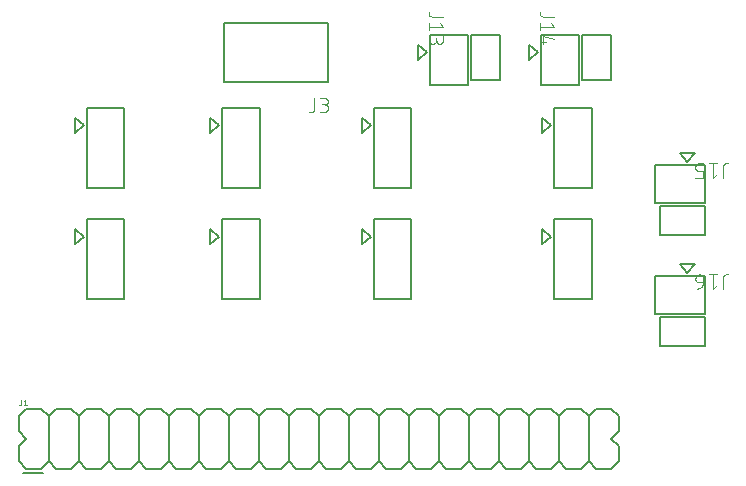
<source format=gbr>
G04 EAGLE Gerber RS-274X export*
G75*
%MOMM*%
%FSLAX34Y34*%
%LPD*%
%INSilkscreen Top*%
%IPPOS*%
%AMOC8*
5,1,8,0,0,1.08239X$1,22.5*%
G01*
%ADD10C,0.203200*%
%ADD11C,0.076200*%
%ADD12C,0.152400*%
%ADD13C,0.127000*%
%ADD14C,0.101600*%


D10*
X274100Y27750D02*
X267750Y21400D01*
X248700Y27750D02*
X242350Y21400D01*
X229650Y21400D01*
X223300Y27750D01*
X248700Y27750D02*
X255050Y21400D01*
X267750Y21400D01*
X197900Y27750D02*
X191550Y21400D01*
X216950Y21400D02*
X223300Y27750D01*
X216950Y21400D02*
X204250Y21400D01*
X197900Y27750D01*
X172500Y27750D02*
X166150Y21400D01*
X153450Y21400D01*
X147100Y27750D01*
X172500Y27750D02*
X178850Y21400D01*
X191550Y21400D01*
X121700Y27750D02*
X115350Y21400D01*
X140750Y21400D02*
X147100Y27750D01*
X140750Y21400D02*
X128050Y21400D01*
X121700Y27750D01*
X96300Y27750D02*
X96300Y40450D01*
X102650Y46800D01*
X102650Y21400D02*
X115350Y21400D01*
X420150Y21400D02*
X426500Y27750D01*
X420150Y21400D02*
X407450Y21400D01*
X401100Y27750D01*
X375700Y27750D02*
X369350Y21400D01*
X394750Y21400D02*
X401100Y27750D01*
X394750Y21400D02*
X382050Y21400D01*
X375700Y27750D01*
X350300Y27750D02*
X343950Y21400D01*
X331250Y21400D01*
X324900Y27750D01*
X350300Y27750D02*
X356650Y21400D01*
X369350Y21400D01*
X299500Y27750D02*
X293150Y21400D01*
X318550Y21400D02*
X324900Y27750D01*
X318550Y21400D02*
X305850Y21400D01*
X299500Y27750D01*
X280450Y21400D02*
X274100Y27750D01*
X280450Y21400D02*
X293150Y21400D01*
X267750Y72200D02*
X255050Y72200D01*
X267750Y72200D02*
X274100Y65850D01*
X229650Y72200D02*
X223300Y65850D01*
X229650Y72200D02*
X242350Y72200D01*
X248700Y65850D01*
X255050Y72200D01*
X191550Y72200D02*
X178850Y72200D01*
X191550Y72200D02*
X197900Y65850D01*
X204250Y72200D01*
X216950Y72200D01*
X223300Y65850D01*
X153450Y72200D02*
X147100Y65850D01*
X153450Y72200D02*
X166150Y72200D01*
X172500Y65850D01*
X178850Y72200D01*
X115350Y72200D02*
X102650Y72200D01*
X115350Y72200D02*
X121700Y65850D01*
X128050Y72200D01*
X140750Y72200D01*
X147100Y65850D01*
X96300Y65850D02*
X96300Y53150D01*
X102650Y46800D01*
X401100Y65850D02*
X407450Y72200D01*
X420150Y72200D01*
X426500Y65850D01*
X369350Y72200D02*
X356650Y72200D01*
X369350Y72200D02*
X375700Y65850D01*
X382050Y72200D01*
X394750Y72200D01*
X401100Y65850D01*
X331250Y72200D02*
X324900Y65850D01*
X331250Y72200D02*
X343950Y72200D01*
X350300Y65850D01*
X356650Y72200D01*
X293150Y72200D02*
X280450Y72200D01*
X293150Y72200D02*
X299500Y65850D01*
X305850Y72200D01*
X318550Y72200D01*
X324900Y65850D01*
X280450Y72200D02*
X274100Y65850D01*
X121700Y65850D02*
X121700Y27750D01*
X147100Y27750D02*
X147100Y65850D01*
X172500Y65850D02*
X172500Y27750D01*
X197900Y27750D02*
X197900Y65850D01*
X223300Y65850D02*
X223300Y27750D01*
X248700Y27750D02*
X248700Y65850D01*
X274100Y65850D02*
X274100Y27750D01*
X299500Y27750D02*
X299500Y65850D01*
X324900Y65850D02*
X324900Y27750D01*
X350300Y27750D02*
X350300Y65850D01*
X375700Y65850D02*
X375700Y27750D01*
X401100Y27750D02*
X401100Y65850D01*
X604300Y65850D02*
X604300Y53150D01*
X604300Y40450D02*
X604300Y27750D01*
X604300Y40450D02*
X597950Y46800D01*
X604300Y53150D01*
X445550Y72200D02*
X432850Y72200D01*
X445550Y72200D02*
X451900Y65850D01*
X432850Y72200D02*
X426500Y65850D01*
X578900Y65850D02*
X585250Y72200D01*
X597950Y72200D01*
X604300Y65850D01*
X547150Y72200D02*
X534450Y72200D01*
X547150Y72200D02*
X553500Y65850D01*
X559850Y72200D01*
X572550Y72200D01*
X578900Y65850D01*
X509050Y72200D02*
X502700Y65850D01*
X509050Y72200D02*
X521750Y72200D01*
X528100Y65850D01*
X534450Y72200D01*
X470950Y72200D02*
X458250Y72200D01*
X470950Y72200D02*
X477300Y65850D01*
X483650Y72200D01*
X496350Y72200D01*
X502700Y65850D01*
X458250Y72200D02*
X451900Y65850D01*
X426500Y65850D02*
X426500Y27750D01*
X451900Y27750D02*
X451900Y65850D01*
X477300Y65850D02*
X477300Y27750D01*
X502700Y27750D02*
X502700Y65850D01*
X528100Y65850D02*
X528100Y27750D01*
X553500Y27750D02*
X553500Y65850D01*
X578900Y65850D02*
X578900Y27750D01*
X585250Y21400D02*
X597950Y21400D01*
X585250Y21400D02*
X578900Y27750D01*
X597950Y21400D02*
X604300Y27750D01*
X451900Y27750D02*
X445550Y21400D01*
X432850Y21400D01*
X426500Y27750D01*
X483650Y21400D02*
X496350Y21400D01*
X483650Y21400D02*
X477300Y27750D01*
X470950Y21400D01*
X458250Y21400D01*
X451900Y27750D01*
X521750Y21400D02*
X528100Y27750D01*
X521750Y21400D02*
X509050Y21400D01*
X502700Y27750D01*
X496350Y21400D01*
X559850Y21400D02*
X572550Y21400D01*
X559850Y21400D02*
X553500Y27750D01*
X547150Y21400D01*
X534450Y21400D01*
X528100Y27750D01*
X572550Y21400D02*
X578900Y27750D01*
X102650Y21400D02*
X96300Y27750D01*
X96300Y65850D02*
X102650Y72200D01*
X100110Y17590D02*
X116620Y17590D01*
D11*
X98120Y76081D02*
X98120Y79439D01*
X98121Y76081D02*
X98119Y76021D01*
X98113Y75961D01*
X98104Y75901D01*
X98091Y75842D01*
X98074Y75784D01*
X98054Y75728D01*
X98030Y75672D01*
X98002Y75619D01*
X97972Y75567D01*
X97938Y75517D01*
X97901Y75469D01*
X97861Y75424D01*
X97818Y75381D01*
X97773Y75341D01*
X97725Y75304D01*
X97675Y75270D01*
X97623Y75240D01*
X97570Y75212D01*
X97514Y75188D01*
X97458Y75168D01*
X97400Y75151D01*
X97341Y75138D01*
X97281Y75129D01*
X97221Y75123D01*
X97161Y75121D01*
X96681Y75121D01*
X100419Y78479D02*
X101619Y79439D01*
X101619Y75121D01*
X102818Y75121D02*
X100419Y75121D01*
D12*
X151030Y312059D02*
X143410Y318409D01*
X143410Y305709D01*
X151030Y312059D01*
X153570Y259481D02*
X185574Y259481D01*
X185574Y327045D01*
X153570Y327045D01*
X153570Y259481D01*
X143410Y224350D02*
X151030Y218000D01*
X143410Y224350D02*
X143410Y211650D01*
X151030Y218000D01*
X153570Y165422D02*
X185574Y165422D01*
X185574Y232986D01*
X153570Y232986D01*
X153570Y165422D01*
X266030Y312059D02*
X258410Y318409D01*
X258410Y305709D01*
X266030Y312059D01*
X268570Y259481D02*
X300574Y259481D01*
X300574Y327045D01*
X268570Y327045D01*
X268570Y259481D01*
X258410Y224350D02*
X266030Y218000D01*
X258410Y224350D02*
X258410Y211650D01*
X266030Y218000D01*
X268570Y165422D02*
X300574Y165422D01*
X300574Y232986D01*
X268570Y232986D01*
X268570Y165422D01*
X394030Y312059D02*
X386410Y318409D01*
X386410Y305709D01*
X394030Y312059D01*
X396570Y259481D02*
X428574Y259481D01*
X428574Y327045D01*
X396570Y327045D01*
X396570Y259481D01*
X386410Y224350D02*
X394030Y218000D01*
X386410Y224350D02*
X386410Y211650D01*
X394030Y218000D01*
X396570Y165422D02*
X428574Y165422D01*
X428574Y232986D01*
X396570Y232986D01*
X396570Y165422D01*
X539410Y318409D02*
X547030Y312059D01*
X539410Y318409D02*
X539410Y305709D01*
X547030Y312059D01*
X549570Y259481D02*
X581574Y259481D01*
X581574Y327045D01*
X549570Y327045D01*
X549570Y259481D01*
X539410Y224350D02*
X547030Y218000D01*
X539410Y224350D02*
X539410Y211650D01*
X547030Y218000D01*
X549570Y165422D02*
X581574Y165422D01*
X581574Y232986D01*
X549570Y232986D01*
X549570Y165422D01*
D13*
X358000Y349000D02*
X358000Y399000D01*
X269900Y399000D01*
X269900Y349000D01*
X358000Y349000D01*
D14*
X346128Y335092D02*
X346128Y326004D01*
X346127Y326004D02*
X346125Y325905D01*
X346119Y325805D01*
X346110Y325706D01*
X346097Y325608D01*
X346080Y325510D01*
X346059Y325412D01*
X346034Y325316D01*
X346006Y325221D01*
X345974Y325127D01*
X345939Y325034D01*
X345900Y324942D01*
X345857Y324852D01*
X345812Y324764D01*
X345762Y324677D01*
X345710Y324593D01*
X345654Y324510D01*
X345596Y324430D01*
X345534Y324352D01*
X345469Y324277D01*
X345401Y324204D01*
X345331Y324134D01*
X345258Y324066D01*
X345183Y324001D01*
X345105Y323939D01*
X345025Y323881D01*
X344942Y323825D01*
X344858Y323773D01*
X344771Y323723D01*
X344683Y323678D01*
X344593Y323635D01*
X344501Y323596D01*
X344408Y323561D01*
X344314Y323529D01*
X344219Y323501D01*
X344123Y323476D01*
X344025Y323455D01*
X343927Y323438D01*
X343829Y323425D01*
X343730Y323416D01*
X343630Y323410D01*
X343531Y323408D01*
X342233Y323408D01*
X351401Y323408D02*
X354646Y323408D01*
X354759Y323410D01*
X354872Y323416D01*
X354985Y323426D01*
X355098Y323440D01*
X355210Y323457D01*
X355321Y323479D01*
X355431Y323504D01*
X355541Y323534D01*
X355649Y323567D01*
X355756Y323604D01*
X355862Y323644D01*
X355966Y323689D01*
X356069Y323737D01*
X356170Y323788D01*
X356269Y323843D01*
X356366Y323901D01*
X356461Y323963D01*
X356554Y324028D01*
X356644Y324096D01*
X356732Y324167D01*
X356818Y324242D01*
X356901Y324319D01*
X356981Y324399D01*
X357058Y324482D01*
X357133Y324568D01*
X357204Y324656D01*
X357272Y324746D01*
X357337Y324839D01*
X357399Y324934D01*
X357457Y325031D01*
X357512Y325130D01*
X357563Y325231D01*
X357611Y325334D01*
X357656Y325438D01*
X357696Y325544D01*
X357733Y325651D01*
X357766Y325759D01*
X357796Y325869D01*
X357821Y325979D01*
X357843Y326090D01*
X357860Y326202D01*
X357874Y326315D01*
X357884Y326428D01*
X357890Y326541D01*
X357892Y326654D01*
X357890Y326767D01*
X357884Y326880D01*
X357874Y326993D01*
X357860Y327106D01*
X357843Y327218D01*
X357821Y327329D01*
X357796Y327439D01*
X357766Y327549D01*
X357733Y327657D01*
X357696Y327764D01*
X357656Y327870D01*
X357611Y327974D01*
X357563Y328077D01*
X357512Y328178D01*
X357457Y328277D01*
X357399Y328374D01*
X357337Y328469D01*
X357272Y328562D01*
X357204Y328652D01*
X357133Y328740D01*
X357058Y328826D01*
X356981Y328909D01*
X356901Y328989D01*
X356818Y329066D01*
X356732Y329141D01*
X356644Y329212D01*
X356554Y329280D01*
X356461Y329345D01*
X356366Y329407D01*
X356269Y329465D01*
X356170Y329520D01*
X356069Y329571D01*
X355966Y329619D01*
X355862Y329664D01*
X355756Y329704D01*
X355649Y329741D01*
X355541Y329774D01*
X355431Y329804D01*
X355321Y329829D01*
X355210Y329851D01*
X355098Y329868D01*
X354985Y329882D01*
X354872Y329892D01*
X354759Y329898D01*
X354646Y329900D01*
X355296Y335092D02*
X351401Y335092D01*
X355296Y335092D02*
X355397Y335090D01*
X355497Y335084D01*
X355597Y335074D01*
X355697Y335061D01*
X355796Y335043D01*
X355895Y335022D01*
X355992Y334997D01*
X356089Y334968D01*
X356184Y334935D01*
X356278Y334899D01*
X356370Y334859D01*
X356461Y334816D01*
X356550Y334769D01*
X356637Y334719D01*
X356723Y334665D01*
X356806Y334608D01*
X356886Y334548D01*
X356965Y334485D01*
X357041Y334418D01*
X357114Y334349D01*
X357184Y334277D01*
X357252Y334203D01*
X357317Y334126D01*
X357378Y334046D01*
X357437Y333964D01*
X357492Y333880D01*
X357544Y333794D01*
X357593Y333706D01*
X357638Y333616D01*
X357680Y333524D01*
X357718Y333431D01*
X357752Y333336D01*
X357783Y333241D01*
X357810Y333144D01*
X357833Y333046D01*
X357853Y332947D01*
X357868Y332847D01*
X357880Y332747D01*
X357888Y332647D01*
X357892Y332546D01*
X357892Y332446D01*
X357888Y332345D01*
X357880Y332245D01*
X357868Y332145D01*
X357853Y332045D01*
X357833Y331946D01*
X357810Y331848D01*
X357783Y331751D01*
X357752Y331656D01*
X357718Y331561D01*
X357680Y331468D01*
X357638Y331376D01*
X357593Y331286D01*
X357544Y331198D01*
X357492Y331112D01*
X357437Y331028D01*
X357378Y330946D01*
X357317Y330866D01*
X357252Y330789D01*
X357184Y330715D01*
X357114Y330643D01*
X357041Y330574D01*
X356965Y330507D01*
X356886Y330444D01*
X356806Y330384D01*
X356723Y330327D01*
X356637Y330273D01*
X356550Y330223D01*
X356461Y330176D01*
X356370Y330133D01*
X356278Y330093D01*
X356184Y330057D01*
X356089Y330024D01*
X355992Y329995D01*
X355895Y329970D01*
X355796Y329949D01*
X355697Y329931D01*
X355597Y329918D01*
X355497Y329908D01*
X355397Y329902D01*
X355296Y329900D01*
X355296Y329899D02*
X352699Y329899D01*
D13*
X478800Y388850D02*
X503800Y388850D01*
X503800Y350750D01*
X478800Y350750D01*
X478800Y388850D01*
D12*
X442030Y374000D02*
X434410Y380350D01*
X434410Y367650D01*
X442030Y374000D01*
X444570Y346568D02*
X476574Y346568D01*
X476574Y388986D01*
X444570Y388986D01*
X444570Y346568D01*
D11*
X445784Y404262D02*
X455069Y404262D01*
X445784Y404262D02*
X445682Y404264D01*
X445581Y404270D01*
X445480Y404280D01*
X445379Y404293D01*
X445279Y404311D01*
X445180Y404332D01*
X445081Y404357D01*
X444984Y404386D01*
X444887Y404418D01*
X444792Y404454D01*
X444699Y404494D01*
X444607Y404537D01*
X444517Y404584D01*
X444428Y404635D01*
X444342Y404688D01*
X444258Y404745D01*
X444176Y404805D01*
X444096Y404868D01*
X444019Y404934D01*
X443944Y405003D01*
X443872Y405075D01*
X443803Y405150D01*
X443737Y405227D01*
X443674Y405307D01*
X443614Y405389D01*
X443557Y405473D01*
X443504Y405559D01*
X443453Y405648D01*
X443406Y405738D01*
X443363Y405830D01*
X443323Y405923D01*
X443287Y406018D01*
X443255Y406115D01*
X443226Y406212D01*
X443201Y406311D01*
X443180Y406410D01*
X443162Y406510D01*
X443149Y406611D01*
X443139Y406712D01*
X443133Y406813D01*
X443131Y406915D01*
X443131Y408241D01*
X452416Y399124D02*
X455069Y395808D01*
X443131Y395808D01*
X443131Y399124D02*
X443131Y392491D01*
X443131Y387694D02*
X443131Y384378D01*
X443133Y384264D01*
X443139Y384149D01*
X443149Y384035D01*
X443163Y383922D01*
X443180Y383808D01*
X443202Y383696D01*
X443227Y383584D01*
X443257Y383474D01*
X443290Y383364D01*
X443327Y383256D01*
X443367Y383149D01*
X443412Y383043D01*
X443459Y382939D01*
X443511Y382837D01*
X443566Y382737D01*
X443624Y382638D01*
X443686Y382542D01*
X443751Y382447D01*
X443819Y382356D01*
X443891Y382266D01*
X443965Y382179D01*
X444042Y382095D01*
X444123Y382013D01*
X444206Y381934D01*
X444291Y381858D01*
X444380Y381785D01*
X444470Y381716D01*
X444563Y381649D01*
X444659Y381586D01*
X444756Y381526D01*
X444856Y381469D01*
X444957Y381416D01*
X445060Y381366D01*
X445165Y381320D01*
X445271Y381277D01*
X445379Y381239D01*
X445488Y381204D01*
X445598Y381173D01*
X445709Y381145D01*
X445821Y381122D01*
X445934Y381102D01*
X446047Y381086D01*
X446161Y381074D01*
X446275Y381066D01*
X446390Y381062D01*
X446504Y381062D01*
X446619Y381066D01*
X446733Y381074D01*
X446847Y381086D01*
X446960Y381102D01*
X447073Y381122D01*
X447185Y381145D01*
X447296Y381173D01*
X447406Y381204D01*
X447515Y381239D01*
X447623Y381277D01*
X447729Y381320D01*
X447834Y381366D01*
X447937Y381416D01*
X448038Y381469D01*
X448138Y381526D01*
X448235Y381586D01*
X448331Y381649D01*
X448424Y381716D01*
X448514Y381785D01*
X448603Y381858D01*
X448688Y381934D01*
X448771Y382013D01*
X448852Y382095D01*
X448929Y382179D01*
X449003Y382266D01*
X449075Y382356D01*
X449143Y382447D01*
X449208Y382542D01*
X449270Y382638D01*
X449328Y382737D01*
X449383Y382837D01*
X449435Y382939D01*
X449482Y383043D01*
X449527Y383149D01*
X449567Y383256D01*
X449604Y383364D01*
X449637Y383474D01*
X449667Y383584D01*
X449692Y383696D01*
X449714Y383808D01*
X449731Y383922D01*
X449745Y384035D01*
X449755Y384149D01*
X449761Y384264D01*
X449763Y384378D01*
X455069Y383714D02*
X455069Y387694D01*
X455069Y383714D02*
X455067Y383612D01*
X455061Y383511D01*
X455051Y383410D01*
X455038Y383309D01*
X455020Y383209D01*
X454999Y383110D01*
X454974Y383011D01*
X454945Y382914D01*
X454913Y382817D01*
X454877Y382722D01*
X454837Y382629D01*
X454794Y382537D01*
X454747Y382447D01*
X454696Y382358D01*
X454643Y382272D01*
X454586Y382188D01*
X454526Y382106D01*
X454463Y382026D01*
X454397Y381949D01*
X454328Y381874D01*
X454256Y381802D01*
X454181Y381733D01*
X454104Y381667D01*
X454024Y381604D01*
X453942Y381544D01*
X453858Y381487D01*
X453772Y381434D01*
X453683Y381383D01*
X453593Y381336D01*
X453501Y381293D01*
X453408Y381253D01*
X453313Y381217D01*
X453216Y381185D01*
X453119Y381156D01*
X453020Y381131D01*
X452921Y381110D01*
X452821Y381092D01*
X452720Y381079D01*
X452619Y381069D01*
X452518Y381063D01*
X452416Y381061D01*
X452314Y381063D01*
X452213Y381069D01*
X452112Y381079D01*
X452011Y381092D01*
X451911Y381110D01*
X451812Y381131D01*
X451713Y381156D01*
X451616Y381185D01*
X451519Y381217D01*
X451424Y381253D01*
X451331Y381293D01*
X451239Y381336D01*
X451149Y381383D01*
X451060Y381434D01*
X450974Y381487D01*
X450890Y381544D01*
X450808Y381604D01*
X450728Y381667D01*
X450651Y381733D01*
X450576Y381802D01*
X450504Y381874D01*
X450435Y381949D01*
X450369Y382026D01*
X450306Y382106D01*
X450246Y382188D01*
X450189Y382272D01*
X450136Y382358D01*
X450085Y382447D01*
X450038Y382537D01*
X449995Y382629D01*
X449955Y382722D01*
X449919Y382817D01*
X449887Y382914D01*
X449858Y383011D01*
X449833Y383110D01*
X449812Y383209D01*
X449794Y383309D01*
X449781Y383410D01*
X449771Y383511D01*
X449765Y383612D01*
X449763Y383714D01*
X449763Y386367D01*
D13*
X572800Y388850D02*
X597800Y388850D01*
X597800Y350750D01*
X572800Y350750D01*
X572800Y388850D01*
D12*
X536030Y374000D02*
X528410Y380350D01*
X528410Y367650D01*
X536030Y374000D01*
X538570Y346568D02*
X570574Y346568D01*
X570574Y388986D01*
X538570Y388986D01*
X538570Y346568D01*
D11*
X539784Y404262D02*
X549069Y404262D01*
X539784Y404262D02*
X539682Y404264D01*
X539581Y404270D01*
X539480Y404280D01*
X539379Y404293D01*
X539279Y404311D01*
X539180Y404332D01*
X539081Y404357D01*
X538984Y404386D01*
X538887Y404418D01*
X538792Y404454D01*
X538699Y404494D01*
X538607Y404537D01*
X538517Y404584D01*
X538428Y404635D01*
X538342Y404688D01*
X538258Y404745D01*
X538176Y404805D01*
X538096Y404868D01*
X538019Y404934D01*
X537944Y405003D01*
X537872Y405075D01*
X537803Y405150D01*
X537737Y405227D01*
X537674Y405307D01*
X537614Y405389D01*
X537557Y405473D01*
X537504Y405559D01*
X537453Y405648D01*
X537406Y405738D01*
X537363Y405830D01*
X537323Y405923D01*
X537287Y406018D01*
X537255Y406115D01*
X537226Y406212D01*
X537201Y406311D01*
X537180Y406410D01*
X537162Y406510D01*
X537149Y406611D01*
X537139Y406712D01*
X537133Y406813D01*
X537131Y406915D01*
X537131Y408241D01*
X546416Y399124D02*
X549069Y395808D01*
X537131Y395808D01*
X537131Y399124D02*
X537131Y392491D01*
X539784Y387694D02*
X549069Y385041D01*
X539784Y387694D02*
X539784Y381061D01*
X542437Y383051D02*
X537131Y383051D01*
D13*
X676850Y244200D02*
X676850Y219200D01*
X638750Y219200D01*
X638750Y244200D01*
X676850Y244200D01*
D12*
X662000Y280970D02*
X668350Y288590D01*
X655650Y288590D01*
X662000Y280970D01*
X634568Y278430D02*
X634568Y246426D01*
X676986Y246426D01*
X676986Y278430D01*
X634568Y278430D01*
D11*
X692262Y277216D02*
X692262Y267931D01*
X692262Y277216D02*
X692264Y277318D01*
X692270Y277419D01*
X692280Y277520D01*
X692293Y277621D01*
X692311Y277721D01*
X692332Y277820D01*
X692357Y277919D01*
X692386Y278016D01*
X692418Y278113D01*
X692454Y278208D01*
X692494Y278301D01*
X692537Y278393D01*
X692584Y278483D01*
X692635Y278572D01*
X692688Y278658D01*
X692745Y278742D01*
X692805Y278824D01*
X692868Y278904D01*
X692934Y278981D01*
X693003Y279056D01*
X693075Y279128D01*
X693150Y279197D01*
X693227Y279263D01*
X693307Y279326D01*
X693389Y279386D01*
X693473Y279443D01*
X693559Y279496D01*
X693648Y279547D01*
X693738Y279594D01*
X693830Y279637D01*
X693923Y279677D01*
X694018Y279713D01*
X694115Y279745D01*
X694212Y279774D01*
X694311Y279799D01*
X694410Y279820D01*
X694510Y279838D01*
X694611Y279851D01*
X694712Y279861D01*
X694813Y279867D01*
X694915Y279869D01*
X696241Y279869D01*
X687124Y270584D02*
X683808Y267931D01*
X683808Y279869D01*
X687124Y279869D02*
X680491Y279869D01*
X675694Y279869D02*
X671714Y279869D01*
X671612Y279867D01*
X671511Y279861D01*
X671410Y279851D01*
X671309Y279838D01*
X671209Y279820D01*
X671110Y279799D01*
X671011Y279774D01*
X670914Y279745D01*
X670817Y279713D01*
X670722Y279677D01*
X670629Y279637D01*
X670537Y279594D01*
X670447Y279547D01*
X670358Y279496D01*
X670272Y279443D01*
X670188Y279386D01*
X670106Y279326D01*
X670026Y279263D01*
X669949Y279197D01*
X669874Y279128D01*
X669802Y279056D01*
X669733Y278981D01*
X669667Y278904D01*
X669604Y278824D01*
X669544Y278742D01*
X669487Y278658D01*
X669434Y278572D01*
X669383Y278483D01*
X669336Y278393D01*
X669293Y278301D01*
X669253Y278208D01*
X669217Y278113D01*
X669185Y278017D01*
X669156Y277919D01*
X669131Y277821D01*
X669110Y277721D01*
X669092Y277621D01*
X669079Y277520D01*
X669069Y277419D01*
X669063Y277318D01*
X669061Y277216D01*
X669061Y275890D01*
X669063Y275788D01*
X669069Y275687D01*
X669079Y275586D01*
X669092Y275485D01*
X669110Y275385D01*
X669131Y275286D01*
X669156Y275187D01*
X669185Y275090D01*
X669217Y274993D01*
X669253Y274898D01*
X669293Y274805D01*
X669336Y274713D01*
X669383Y274623D01*
X669434Y274534D01*
X669487Y274448D01*
X669544Y274364D01*
X669604Y274282D01*
X669667Y274202D01*
X669733Y274125D01*
X669802Y274050D01*
X669874Y273978D01*
X669949Y273909D01*
X670026Y273843D01*
X670106Y273780D01*
X670188Y273720D01*
X670272Y273663D01*
X670358Y273610D01*
X670447Y273559D01*
X670537Y273512D01*
X670629Y273469D01*
X670722Y273429D01*
X670817Y273393D01*
X670914Y273361D01*
X671011Y273332D01*
X671110Y273307D01*
X671209Y273286D01*
X671309Y273268D01*
X671410Y273255D01*
X671511Y273245D01*
X671612Y273239D01*
X671714Y273237D01*
X675694Y273237D01*
X675694Y267931D01*
X669061Y267931D01*
D13*
X676850Y150200D02*
X676850Y125200D01*
X638750Y125200D01*
X638750Y150200D01*
X676850Y150200D01*
D12*
X662000Y186970D02*
X668350Y194590D01*
X655650Y194590D01*
X662000Y186970D01*
X634568Y184430D02*
X634568Y152426D01*
X676986Y152426D01*
X676986Y184430D01*
X634568Y184430D01*
D11*
X692262Y183216D02*
X692262Y173931D01*
X692262Y183216D02*
X692264Y183318D01*
X692270Y183419D01*
X692280Y183520D01*
X692293Y183621D01*
X692311Y183721D01*
X692332Y183820D01*
X692357Y183919D01*
X692386Y184016D01*
X692418Y184113D01*
X692454Y184208D01*
X692494Y184301D01*
X692537Y184393D01*
X692584Y184483D01*
X692635Y184572D01*
X692688Y184658D01*
X692745Y184742D01*
X692805Y184824D01*
X692868Y184904D01*
X692934Y184981D01*
X693003Y185056D01*
X693075Y185128D01*
X693150Y185197D01*
X693227Y185263D01*
X693307Y185326D01*
X693389Y185386D01*
X693473Y185443D01*
X693559Y185496D01*
X693648Y185547D01*
X693738Y185594D01*
X693830Y185637D01*
X693923Y185677D01*
X694018Y185713D01*
X694115Y185745D01*
X694212Y185774D01*
X694311Y185799D01*
X694410Y185820D01*
X694510Y185838D01*
X694611Y185851D01*
X694712Y185861D01*
X694813Y185867D01*
X694915Y185869D01*
X696241Y185869D01*
X687124Y176584D02*
X683808Y173931D01*
X683808Y185869D01*
X687124Y185869D02*
X680491Y185869D01*
X675694Y179237D02*
X671714Y179237D01*
X671612Y179239D01*
X671511Y179245D01*
X671410Y179255D01*
X671309Y179268D01*
X671209Y179286D01*
X671110Y179307D01*
X671011Y179332D01*
X670914Y179361D01*
X670817Y179393D01*
X670722Y179429D01*
X670629Y179469D01*
X670537Y179512D01*
X670447Y179559D01*
X670358Y179610D01*
X670272Y179663D01*
X670188Y179720D01*
X670106Y179780D01*
X670026Y179843D01*
X669949Y179909D01*
X669874Y179978D01*
X669802Y180050D01*
X669733Y180125D01*
X669667Y180202D01*
X669604Y180282D01*
X669544Y180364D01*
X669487Y180448D01*
X669434Y180534D01*
X669383Y180623D01*
X669336Y180713D01*
X669293Y180805D01*
X669253Y180898D01*
X669217Y180993D01*
X669185Y181090D01*
X669156Y181187D01*
X669131Y181286D01*
X669110Y181385D01*
X669092Y181485D01*
X669079Y181586D01*
X669069Y181687D01*
X669063Y181788D01*
X669061Y181890D01*
X669061Y182553D01*
X669062Y182553D02*
X669064Y182667D01*
X669070Y182782D01*
X669080Y182896D01*
X669094Y183009D01*
X669111Y183123D01*
X669133Y183235D01*
X669158Y183347D01*
X669188Y183457D01*
X669221Y183567D01*
X669258Y183675D01*
X669298Y183782D01*
X669343Y183888D01*
X669390Y183992D01*
X669442Y184094D01*
X669497Y184194D01*
X669555Y184293D01*
X669617Y184389D01*
X669682Y184484D01*
X669750Y184575D01*
X669822Y184665D01*
X669896Y184752D01*
X669973Y184836D01*
X670054Y184918D01*
X670137Y184997D01*
X670222Y185073D01*
X670311Y185146D01*
X670401Y185215D01*
X670494Y185282D01*
X670590Y185345D01*
X670687Y185405D01*
X670787Y185462D01*
X670888Y185515D01*
X670991Y185565D01*
X671096Y185611D01*
X671202Y185654D01*
X671310Y185692D01*
X671419Y185727D01*
X671529Y185758D01*
X671640Y185786D01*
X671752Y185809D01*
X671865Y185829D01*
X671978Y185845D01*
X672092Y185857D01*
X672206Y185865D01*
X672321Y185869D01*
X672435Y185869D01*
X672550Y185865D01*
X672664Y185857D01*
X672778Y185845D01*
X672891Y185829D01*
X673004Y185809D01*
X673116Y185786D01*
X673227Y185758D01*
X673337Y185727D01*
X673446Y185692D01*
X673554Y185654D01*
X673660Y185611D01*
X673765Y185565D01*
X673868Y185515D01*
X673969Y185462D01*
X674069Y185405D01*
X674166Y185345D01*
X674262Y185282D01*
X674355Y185215D01*
X674445Y185146D01*
X674534Y185073D01*
X674619Y184997D01*
X674702Y184918D01*
X674783Y184836D01*
X674860Y184752D01*
X674934Y184665D01*
X675006Y184575D01*
X675074Y184484D01*
X675139Y184389D01*
X675201Y184293D01*
X675259Y184194D01*
X675314Y184094D01*
X675366Y183992D01*
X675413Y183888D01*
X675458Y183782D01*
X675498Y183675D01*
X675535Y183567D01*
X675568Y183457D01*
X675598Y183347D01*
X675623Y183235D01*
X675645Y183123D01*
X675662Y183009D01*
X675676Y182896D01*
X675686Y182782D01*
X675692Y182667D01*
X675694Y182553D01*
X675694Y179237D01*
X675692Y179093D01*
X675686Y178950D01*
X675676Y178806D01*
X675663Y178663D01*
X675645Y178521D01*
X675624Y178379D01*
X675599Y178237D01*
X675570Y178096D01*
X675537Y177956D01*
X675501Y177818D01*
X675460Y177680D01*
X675416Y177543D01*
X675369Y177407D01*
X675317Y177273D01*
X675262Y177140D01*
X675204Y177009D01*
X675142Y176879D01*
X675076Y176752D01*
X675007Y176626D01*
X674934Y176501D01*
X674859Y176379D01*
X674780Y176259D01*
X674697Y176142D01*
X674612Y176026D01*
X674524Y175913D01*
X674432Y175802D01*
X674338Y175694D01*
X674240Y175588D01*
X674140Y175485D01*
X674037Y175385D01*
X673931Y175287D01*
X673823Y175193D01*
X673712Y175101D01*
X673599Y175013D01*
X673484Y174928D01*
X673366Y174845D01*
X673246Y174766D01*
X673124Y174691D01*
X672999Y174618D01*
X672873Y174549D01*
X672746Y174484D01*
X672616Y174421D01*
X672485Y174363D01*
X672352Y174308D01*
X672218Y174256D01*
X672082Y174209D01*
X671945Y174165D01*
X671808Y174124D01*
X671669Y174088D01*
X671529Y174055D01*
X671388Y174026D01*
X671246Y174001D01*
X671104Y173980D01*
X670962Y173962D01*
X670819Y173949D01*
X670675Y173939D01*
X670532Y173933D01*
X670388Y173931D01*
M02*

</source>
